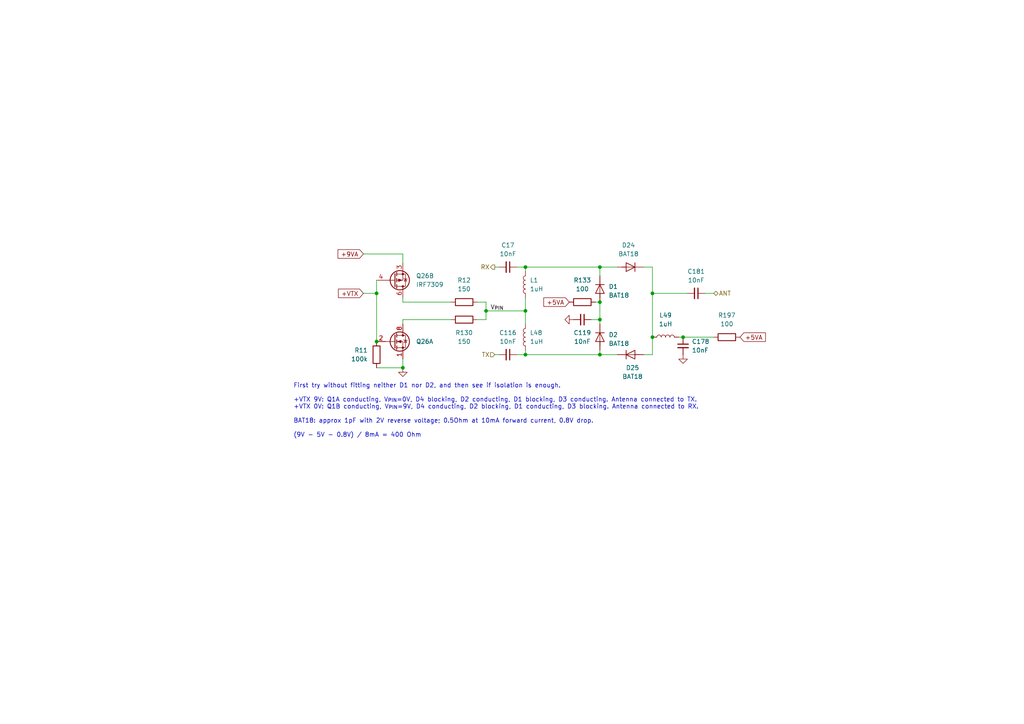
<source format=kicad_sch>
(kicad_sch (version 20211123) (generator eeschema)
  (paper "A4")
  (title_block (title "DART-70 TRX") (date "2023-02-24") (rev "0") (company "HB9EGM") (comment 1 "A 4m Band SSB/CW Transceiver"))
  (lib_symbols
    (symbol "Device:C_Small" (pin_numbers hide) (pin_names (offset 0.254) hide)
      (property "Reference" "C" (at 0.254 1.778 0))
      (property "Value" "C_Small" (at 0.254 -2.032 0))
      (symbol "C_Small_0_1"
        (polyline (pts (xy -1.524 -0.508) (xy 1.524 -0.508)) (stroke (width 0.3302)))
        (polyline (pts (xy -1.524 0.508) (xy 1.524 0.508)) (stroke (width 0.3048)))
      )
      (symbol "C_Small_1_1"
        (pin passive line (at 0 2.54 270) (length 2.032) (name "~") (number "1"))
        (pin passive line (at 0 -2.54 90) (length 2.032) (name "~") (number "2"))
      )
    )
    (symbol "Device:L" (pin_numbers hide) (pin_names (offset 1.016) hide)
      (property "Reference" "L" (at -1.27 0 90))
      (property "Value" "L" (at 1.905 0 90))
      (symbol "L_0_1"
        (arc (start 0 -2.54) (mid 0.635 -1.905) (end 0 -1.27))
        (arc (start 0 -1.27) (mid 0.635 -0.635) (end 0 0))
        (arc (start 0 0) (mid 0.635 0.635) (end 0 1.27))
        (arc (start 0 1.27) (mid 0.635 1.905) (end 0 2.54))
      )
      (symbol "L_1_1"
        (pin passive line (at 0 3.81 270) (length 1.27) (name "1") (number "1"))
        (pin passive line (at 0 -3.81 90) (length 1.27) (name "2") (number "2"))
      )
    )
    (symbol "Device:R" (pin_numbers hide) (pin_names (offset 0))
      (property "Reference" "R" (at 2.032 0 90))
      (property "Value" "R" (at 0 0 90))
      (symbol "R_0_1"
        (rectangle (start -1.016 -2.54) (end 1.016 2.54) (stroke (width 0.254)))
      )
      (symbol "R_1_1"
        (pin passive line (at 0 3.81 270) (length 1.27) (name "~") (number "1"))
        (pin passive line (at 0 -3.81 90) (length 1.27) (name "~") (number "2"))
      )
    )
    (symbol "Transistor_FET:IRF7309IPBF" (pin_names hide)
      (property "Reference" "Q" (at 5.08 1.905 0))
      (property "Value" "IRF7309IPBF" (at 5.08 0 0))
      (symbol "IRF7309IPBF_0_1"
        (polyline (pts (xy 0.254 0) (xy -2.54 0)))
        (polyline (pts (xy 0.254 1.905) (xy 0.254 -1.905)) (stroke (width 0.254)))
        (polyline (pts (xy 0.762 -1.27) (xy 0.762 -2.286)) (stroke (width 0.254)))
        (polyline (pts (xy 0.762 0.508) (xy 0.762 -0.508)) (stroke (width 0.254)))
        (polyline (pts (xy 0.762 2.286) (xy 0.762 1.27)) (stroke (width 0.254)))
        (polyline (pts (xy 2.54 2.54) (xy 2.54 1.778)))
        (polyline (pts (xy 2.54 -2.54) (xy 2.54 0) (xy 0.762 0)))
        (polyline (pts (xy 0.762 -1.778) (xy 3.302 -1.778) (xy 3.302 1.778) (xy 0.762 1.778)))
        (circle (center 1.651 0) (radius 2.794) (stroke (width 0.254)))
        (circle (center 2.54 -1.778) (radius 0.254) (fill (type outline)))
        (circle (center 2.54 1.778) (radius 0.254) (fill (type outline)))
      )
      (symbol "IRF7309IPBF_1_1"
        (polyline (pts (xy 1.016 0) (xy 2.032 0.381) (xy 2.032 -0.381) (xy 1.016 0)) (fill (type outline)))
        (polyline (pts (xy 2.794 0.508) (xy 2.921 0.381) (xy 3.683 0.381) (xy 3.81 0.254)))
        (polyline (pts (xy 3.302 0.381) (xy 2.921 -0.254) (xy 3.683 -0.254) (xy 3.302 0.381)))
        (pin passive line (at 2.54 -5.08 90) (length 2.54) (name "S") (number "1"))
        (pin input line (at -5.08 0 0) (length 2.54) (name "G") (number "2"))
        (pin passive line (at 2.54 5.08 270) (length 2.54) hide (name "D") (number "7"))
        (pin passive line (at 2.54 5.08 270) (length 2.54) (name "D") (number "8"))
      )
      (symbol "IRF7309IPBF_2_1"
        (polyline (pts (xy 2.286 0) (xy 1.27 0.381) (xy 1.27 -0.381) (xy 2.286 0)) (fill (type outline)))
        (polyline (pts (xy 2.794 -0.508) (xy 2.921 -0.381) (xy 3.683 -0.381) (xy 3.81 -0.254)))
        (polyline (pts (xy 3.302 -0.381) (xy 2.921 0.254) (xy 3.683 0.254) (xy 3.302 -0.381)))
        (pin passive line (at 2.54 -5.08 90) (length 2.54) (name "1") (number "3"))
        (pin input line (at -5.08 0 0) (length 2.54) (name "G") (number "4"))
        (pin passive line (at 2.54 5.08 270) (length 2.54) hide (name "D") (number "5"))
        (pin passive line (at 2.54 5.08 270) (length 2.54) (name "D") (number "6"))
      )
    )
    (symbol "mpb:BAT18" (pin_numbers hide) (pin_names (offset 0) hide)
      (property "Reference" "D" (at 0 2.54 0))
      (property "Value" "BAT18" (at 0 -2.54 0))
      (symbol "BAT18_0_1"
        (polyline (pts (xy -1.27 0) (xy 2.54 0)))
        (polyline (pts (xy -1.27 1.27) (xy -1.27 -1.27)) (stroke (width 0.2032)))
        (polyline (pts (xy 1.27 1.27) (xy 1.27 -1.27) (xy -1.27 0) (xy 1.27 1.27)) (stroke (width 0.2032)))
      )
      (symbol "BAT18_1_1"
        (pin passive line (at 3.81 0 180) (length 2.54) (name "A") (number "1"))
        (pin passive line (at -3.81 0 0) (length 2.54) (name "K") (number "3"))
      )
    )
    (symbol "power:GND" (power) (pin_names (offset 0))
      (property "Value" "GND" (at 0 -3.81 0))
      (symbol "GND_0_1"
        (polyline (pts (xy 0 0) (xy 0 -1.27) (xy 1.27 -1.27) (xy 0 -2.54) (xy -1.27 -1.27) (xy 0 -1.27)))
      )
      (symbol "GND_1_1"
        (pin power_in line (at 0 0 270) (length 0) hide (name "GND") (number "1"))
      )
    )
  )
  (junction (at 189.23 85.09))
  (junction (at 152.4 102.87))
  (junction (at 109.22 99.06))
  (junction (at 173.99 87.63))
  (junction (at 116.84 106.68))
  (junction (at 140.97 90.17))
  (junction (at 198.12 97.79))
  (junction (at 173.99 77.47))
  (junction (at 189.23 97.79))
  (junction (at 173.99 92.71))
  (junction (at 152.4 77.47))
  (junction (at 152.4 90.17))
  (junction (at 109.22 85.09))
  (junction (at 173.99 102.87))
  (wire (pts (xy 149.86 77.47) (xy 152.4 77.47)))
  (wire (pts (xy 189.23 97.79) (xy 189.23 102.87)))
  (wire (pts (xy 179.07 102.87) (xy 173.99 102.87)))
  (wire (pts (xy 143.51 102.87) (xy 144.78 102.87)))
  (wire (pts (xy 149.86 102.87) (xy 152.4 102.87)))
  (wire (pts (xy 173.99 77.47) (xy 179.07 77.47)))
  (wire (pts (xy 189.23 85.09) (xy 199.39 85.09)))
  (wire (pts (xy 173.99 92.71) (xy 173.99 93.98)))
  (wire (pts (xy 173.99 87.63) (xy 173.99 92.71)))
  (wire (pts (xy 152.4 102.87) (xy 152.4 101.6)))
  (wire (pts (xy 109.22 85.09) (xy 109.22 99.06)))
  (wire (pts (xy 109.22 81.28) (xy 109.22 85.09)))
  (wire (pts (xy 152.4 78.74) (xy 152.4 77.47)))
  (wire (pts (xy 109.22 106.68) (xy 116.84 106.68)))
  (wire (pts (xy 173.99 102.87) (xy 152.4 102.87)))
  (wire (pts (xy 173.99 80.01) (xy 173.99 77.47)))
  (wire (pts (xy 116.84 87.63) (xy 130.81 87.63)))
  (wire (pts (xy 116.84 106.68) (xy 116.84 104.14)))
  (wire (pts (xy 116.84 86.36) (xy 116.84 87.63)))
  (wire (pts (xy 189.23 102.87) (xy 186.69 102.87)))
  (wire (pts (xy 189.23 85.09) (xy 189.23 97.79)))
  (wire (pts (xy 198.12 97.79) (xy 207.01 97.79)))
  (wire (pts (xy 204.47 85.09) (xy 207.01 85.09)))
  (wire (pts (xy 116.84 73.66) (xy 116.84 76.2)))
  (wire (pts (xy 105.41 73.66) (xy 116.84 73.66)))
  (wire (pts (xy 140.97 92.71) (xy 138.43 92.71)))
  (wire (pts (xy 152.4 90.17) (xy 152.4 93.98)))
  (wire (pts (xy 140.97 87.63) (xy 138.43 87.63)))
  (wire (pts (xy 105.41 85.09) (xy 109.22 85.09)))
  (wire (pts (xy 196.85 97.79) (xy 198.12 97.79)))
  (wire (pts (xy 152.4 86.36) (xy 152.4 90.17)))
  (wire (pts (xy 189.23 77.47) (xy 186.69 77.47)))
  (wire (pts (xy 173.99 102.87) (xy 173.99 101.6)))
  (wire (pts (xy 152.4 77.47) (xy 173.99 77.47)))
  (wire (pts (xy 173.99 92.71) (xy 171.45 92.71)))
  (wire (pts (xy 172.72 87.63) (xy 173.99 87.63)))
  (wire (pts (xy 116.84 92.71) (xy 116.84 93.98)))
  (wire (pts (xy 143.51 77.47) (xy 144.78 77.47)))
  (wire (pts (xy 140.97 90.17) (xy 152.4 90.17)))
  (wire (pts (xy 189.23 77.47) (xy 189.23 85.09)))
  (wire (pts (xy 140.97 87.63) (xy 140.97 90.17)))
  (wire (pts (xy 130.81 92.71) (xy 116.84 92.71)))
  (wire (pts (xy 140.97 90.17) (xy 140.97 92.71)))
  (text "First try without fitting neither D1 nor D2, and then see if isolation is enough.\n\n+VTX 9V: Q1A conducting, V_{PIN}=0V, D4 blocking, D2 conducting, D1 blocking, D3 conducting. Antenna connected to TX.\n+VTX 0V: Q1B conducting, V_{PIN}=9V, D4 conducting, D2 blocking, D1 conducting, D3 blocking. Antenna connected to RX.\n\nBAT18: approx 1pF with 2V reverse voltage; 0.5Ohm at 10mA forward current, 0.8V drop.\n\n(9V - 5V - 0.8V) / 8mA = 400 Ohm" (at 85.09 127 0) (effects (font (size 1.27 1.27)) (justify left bottom)))
  (label "V_{PIN}" (at 142.24 90.17 0))
  (global_label "+5VA" (shape input) (at 214.63 97.79 0) (property "Intersheet References" "${INTERSHEET_REFS}" (effects hide)))
  (global_label "+5VA" (shape input) (at 165.1 87.63 180) (property "Intersheet References" "${INTERSHEET_REFS}" (effects hide)))
  (global_label "+VTX" (shape input) (at 105.41 85.09 180) (property "Intersheet References" "${INTERSHEET_REFS}" (effects hide)))
  (global_label "+9VA" (shape input) (at 105.41 73.66 180) (property "Intersheet References" "${INTERSHEET_REFS}" (effects hide)))
  (hierarchical_label "TX" (shape input) (at 143.51 102.87 180))
  (hierarchical_label "ANT" (shape bidirectional) (at 207.01 85.09 0))
  (hierarchical_label "RX" (shape output) (at 143.51 77.47 180))
  (symbol (lib_id "mpb:BAT18") (at 182.88 77.47 180) (unit 1)
    (property "Reference" "D24" (at 182.2958 71.12 0))
    (property "Value" "BAT18" (at 182.2958 73.66 0))
    (property "Footprint" "Package_TO_SOT_SMD:SOT-23_Handsoldering" (effects hide))
    (property "Datasheet" "/home/bram/Sync/Doc/Datasheet/BAT18-1125947.pdf" (effects hide))
    (property "Need_order" "0" (effects hide))
    (property "MPN" "BAT18" (effects hide))
  )
  (symbol (lib_id "Device:C_Small") (at 198.12 100.33 0) (mirror y) (unit 1)
    (property "Reference" "C178" (at 200.66 99.0662 0) (effects (justify right)))
    (property "Value" "10nF" (at 200.66 101.6062 0) (effects (justify right)))
    (property "Footprint" "Capacitor_SMD:C_0805_2012Metric_Pad1.18x1.45mm_HandSolder" (effects hide))
    (property "MPN" "VJ0805A103KXJTBC" (effects hide))
    (property "Need_order" "0" (effects hide))
  )
  (symbol (lib_id "power:GND") (at 116.84 106.68 0) (unit 1)
    (property "Reference" "#PWR057" (effects hide))
    (property "Value" "GND" (effects hide))
  )
  (symbol (lib_id "mpb:BAT18") (at 173.99 83.82 270) (unit 1)
    (property "Reference" "D1" (at 176.53 83.1341 90) (effects (justify left)))
    (property "Value" "BAT18" (at 176.53 85.6741 90) (effects (justify left)))
    (property "Footprint" "Package_TO_SOT_SMD:SOT-23_Handsoldering" (effects hide))
    (property "Datasheet" "/home/bram/Sync/Doc/Datasheet/BAT18-1125947.pdf" (effects hide))
    (property "Need_order" "0" (effects hide))
    (property "MPN" "BAT18" (effects hide))
  )
  (symbol (lib_id "Device:C_Small") (at 147.32 77.47 270) (mirror x) (unit 1)
    (property "Reference" "C17" (at 147.3136 71.12 90))
    (property "Value" "10nF" (at 147.3136 73.66 90))
    (property "Footprint" "Capacitor_SMD:C_0805_2012Metric_Pad1.18x1.45mm_HandSolder" (effects hide))
    (property "MPN" "VJ0805A103KXJTBC" (effects hide))
    (property "Need_order" "0" (effects hide))
  )
  (symbol (lib_id "Device:R") (at 134.62 92.71 270) (unit 1)
    (property "Reference" "R130" (at 134.62 96.52 90))
    (property "Value" "150" (at 134.62 99.06 90))
    (property "Footprint" "Resistor_SMD:R_0603_1608Metric_Pad0.98x0.95mm_HandSolder" (effects hide))
    (property "Need_order" "0" (effects hide))
  )
  (symbol (lib_id "Device:L") (at 152.4 97.79 180) (unit 1)
    (property "Reference" "L48" (at 153.67 96.5199 0) (effects (justify right)))
    (property "Value" "1uH" (at 153.67 99.0599 0) (effects (justify right)))
    (property "Footprint" "Inductor_SMD:L_1008_2520Metric_Pad1.43x2.20mm_HandSolder" (effects hide))
    (property "MPN" "LQW2UAS1R0x0CL" (effects hide))
    (property "Need_order" "0" (effects hide))
  )
  (symbol (lib_id "Device:C_Small") (at 201.93 85.09 270) (mirror x) (unit 1)
    (property "Reference" "C181" (at 201.9236 78.74 90))
    (property "Value" "10nF" (at 201.9236 81.28 90))
    (property "Footprint" "Capacitor_SMD:C_0805_2012Metric_Pad1.18x1.45mm_HandSolder" (effects hide))
    (property "MPN" "VJ0805A103KXJTBC" (effects hide))
    (property "Need_order" "0" (effects hide))
  )
  (symbol (lib_id "Device:R") (at 210.82 97.79 90) (unit 1)
    (property "Reference" "R197" (at 210.82 91.44 90))
    (property "Value" "100" (at 210.82 93.98 90))
    (property "Footprint" "Resistor_SMD:R_0603_1608Metric_Pad0.98x0.95mm_HandSolder" (effects hide))
    (property "Need_order" "0" (effects hide))
  )
  (symbol (lib_id "Transistor_FET:IRF7309IPBF") (at 114.3 99.06 0) (unit 1)
    (property "Reference" "Q26" (at 120.65 99.0599 0) (effects (justify left)))
    (property "Value" "IRF7309" (effects hide))
    (property "Footprint" "Package_SO:SOIC-8_3.9x4.9mm_P1.27mm" (effects hide))
    (property "Datasheet" "/home/bram/Sync/Doc/Datasheet/IRF7309.pdf" (effects hide))
    (property "MPN" "IRF7309TRPBF" (effects hide))
    (property "Need_order" "0" (effects hide))
  )
  (symbol (lib_id "Transistor_FET:IRF7309IPBF") (at 114.3 81.28 0) (mirror x) (unit 2)
    (property "Reference" "Q26" (at 120.65 80.0099 0) (effects (justify left)))
    (property "Value" "IRF7309" (at 120.65 82.5499 0) (effects (justify left)))
    (property "Footprint" "Package_SO:SOIC-8_3.9x4.9mm_P1.27mm" (effects hide))
    (property "Datasheet" "/home/bram/Sync/Doc/Datasheet/IRF7309.pdf" (effects hide))
    (property "MPN" "IRF7309TRPBF" (effects hide))
    (property "Need_order" "0" (effects hide))
  )
  (symbol (lib_id "mpb:BAT18") (at 182.88 102.87 0) (unit 1)
    (property "Reference" "D25" (at 183.4642 106.68 0))
    (property "Value" "BAT18" (at 183.4642 109.22 0))
    (property "Footprint" "Package_TO_SOT_SMD:SOT-23_Handsoldering" (effects hide))
    (property "Datasheet" "/home/bram/Sync/Doc/Datasheet/BAT18-1125947.pdf" (effects hide))
    (property "Need_order" "0" (effects hide))
    (property "MPN" "BAT18" (effects hide))
  )
  (symbol (lib_id "Device:L") (at 193.04 97.79 90) (unit 1)
    (property "Reference" "L49" (at 193.04 91.44 90))
    (property "Value" "1uH" (at 193.04 93.98 90))
    (property "Footprint" "Inductor_SMD:L_1008_2520Metric_Pad1.43x2.20mm_HandSolder" (effects hide))
    (property "MPN" "LQW2UAS1R0x0CL" (effects hide))
    (property "Need_order" "0" (effects hide))
  )
  (symbol (lib_id "Device:R") (at 109.22 102.87 0) (unit 1)
    (property "Reference" "R11" (at 106.68 101.5999 0) (effects (justify right)))
    (property "Value" "100k" (at 106.68 104.1399 0) (effects (justify right)))
    (property "Footprint" "Resistor_SMD:R_0603_1608Metric_Pad0.98x0.95mm_HandSolder" (effects hide))
    (property "Need_order" "0" (effects hide))
  )
  (symbol (lib_id "mpb:BAT18") (at 173.99 97.79 270) (unit 1)
    (property "Reference" "D2" (at 176.53 97.1041 90) (effects (justify left)))
    (property "Value" "BAT18" (at 176.53 99.6441 90) (effects (justify left)))
    (property "Footprint" "Package_TO_SOT_SMD:SOT-23_Handsoldering" (effects hide))
    (property "Datasheet" "/home/bram/Sync/Doc/Datasheet/BAT18-1125947.pdf" (effects hide))
    (property "Need_order" "0" (effects hide))
    (property "MPN" "BAT18" (effects hide))
  )
  (symbol (lib_id "Device:C_Small") (at 147.32 102.87 270) (mirror x) (unit 1)
    (property "Reference" "C116" (at 147.3136 96.52 90))
    (property "Value" "10nF" (at 147.3136 99.06 90))
    (property "Footprint" "Capacitor_SMD:C_0805_2012Metric_Pad1.18x1.45mm_HandSolder" (effects hide))
    (property "MPN" "VJ0805A103KXJTBC" (effects hide))
    (property "Need_order" "0" (effects hide))
  )
  (symbol (lib_id "power:GND") (at 166.37 92.71 270) (unit 1)
    (property "Reference" "#PWR060" (effects hide))
    (property "Value" "GND" (effects hide))
  )
  (symbol (lib_id "Device:R") (at 168.91 87.63 270) (unit 1)
    (property "Reference" "R133" (at 168.91 81.28 90))
    (property "Value" "100" (at 168.91 83.82 90))
    (property "Footprint" "Resistor_SMD:R_0603_1608Metric_Pad0.98x0.95mm_HandSolder" (effects hide))
    (property "Need_order" "0" (effects hide))
  )
  (symbol (lib_id "Device:C_Small") (at 168.91 92.71 270) (mirror x) (unit 1)
    (property "Reference" "C119" (at 168.9036 96.52 90))
    (property "Value" "10nF" (at 168.9036 99.06 90))
    (property "Footprint" "Capacitor_SMD:C_0805_2012Metric_Pad1.18x1.45mm_HandSolder" (effects hide))
    (property "MPN" "VJ0805A103KXJTBC" (effects hide))
    (property "Need_order" "0" (effects hide))
  )
  (symbol (lib_id "power:GND") (at 198.12 102.87 0) (unit 1)
    (property "Reference" "#PWR06" (effects hide))
    (property "Value" "GND" (effects hide))
  )
  (symbol (lib_id "Device:L") (at 152.4 82.55 180) (unit 1)
    (property "Reference" "L1" (at 153.67 81.2799 0) (effects (justify right)))
    (property "Value" "1uH" (at 153.67 83.8199 0) (effects (justify right)))
    (property "Footprint" "Inductor_SMD:L_1008_2520Metric_Pad1.43x2.20mm_HandSolder" (effects hide))
    (property "MPN" "LQW2UAS1R0x0CL" (effects hide))
    (property "Need_order" "0" (effects hide))
  )
  (symbol (lib_id "Device:R") (at 134.62 87.63 270) (unit 1)
    (property "Reference" "R12" (at 134.62 81.28 90))
    (property "Value" "150" (at 134.62 83.82 90))
    (property "Footprint" "Resistor_SMD:R_0603_1608Metric_Pad0.98x0.95mm_HandSolder" (effects hide))
    (property "Need_order" "0" (effects hide))
  )
)
</source>
